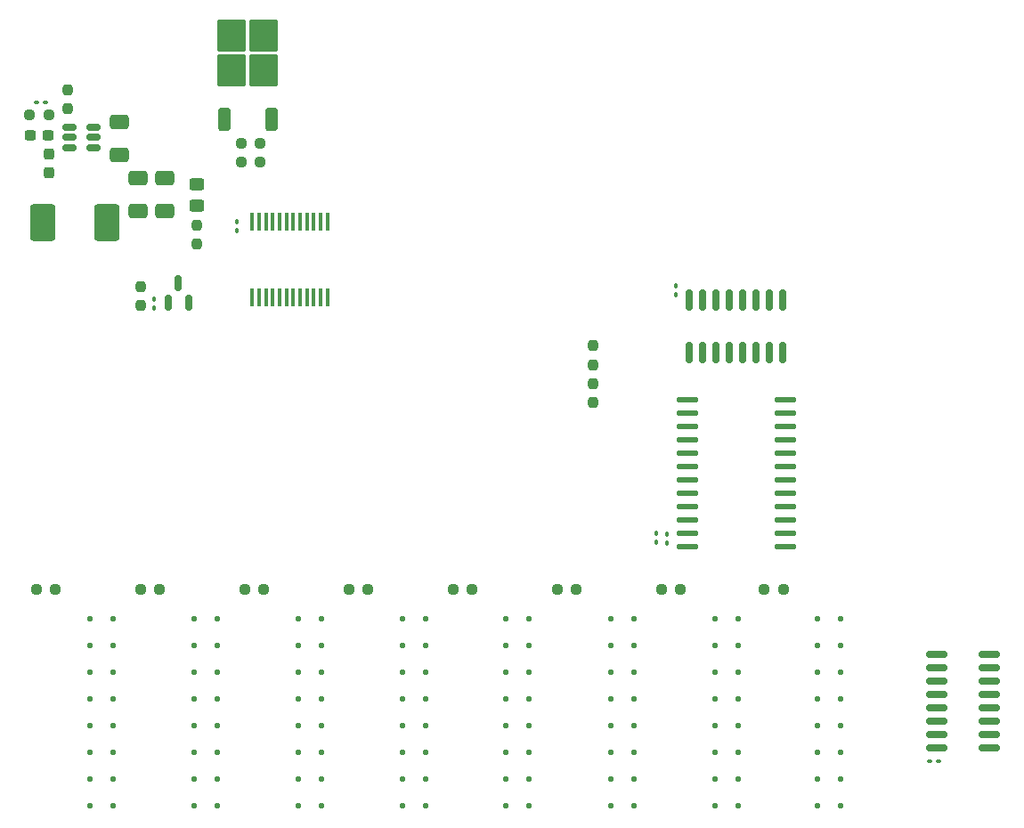
<source format=gbr>
%TF.GenerationSoftware,KiCad,Pcbnew,8.0.8*%
%TF.CreationDate,2025-03-09T11:30:45-03:00*%
%TF.ProjectId,pi_controller,70695f63-6f6e-4747-926f-6c6c65722e6b,1.0*%
%TF.SameCoordinates,Original*%
%TF.FileFunction,Paste,Top*%
%TF.FilePolarity,Positive*%
%FSLAX46Y46*%
G04 Gerber Fmt 4.6, Leading zero omitted, Abs format (unit mm)*
G04 Created by KiCad (PCBNEW 8.0.8) date 2025-03-09 11:30:45*
%MOMM*%
%LPD*%
G01*
G04 APERTURE LIST*
G04 Aperture macros list*
%AMRoundRect*
0 Rectangle with rounded corners*
0 $1 Rounding radius*
0 $2 $3 $4 $5 $6 $7 $8 $9 X,Y pos of 4 corners*
0 Add a 4 corners polygon primitive as box body*
4,1,4,$2,$3,$4,$5,$6,$7,$8,$9,$2,$3,0*
0 Add four circle primitives for the rounded corners*
1,1,$1+$1,$2,$3*
1,1,$1+$1,$4,$5*
1,1,$1+$1,$6,$7*
1,1,$1+$1,$8,$9*
0 Add four rect primitives between the rounded corners*
20,1,$1+$1,$2,$3,$4,$5,0*
20,1,$1+$1,$4,$5,$6,$7,0*
20,1,$1+$1,$6,$7,$8,$9,0*
20,1,$1+$1,$8,$9,$2,$3,0*%
G04 Aperture macros list end*
%ADD10RoundRect,0.250000X-0.925000X-1.500000X0.925000X-1.500000X0.925000X1.500000X-0.925000X1.500000X0*%
%ADD11R,0.450000X1.750000*%
%ADD12RoundRect,0.137500X-0.862500X-0.137500X0.862500X-0.137500X0.862500X0.137500X-0.862500X0.137500X0*%
%ADD13RoundRect,0.150000X0.150000X-0.825000X0.150000X0.825000X-0.150000X0.825000X-0.150000X-0.825000X0*%
%ADD14RoundRect,0.150000X0.825000X0.150000X-0.825000X0.150000X-0.825000X-0.150000X0.825000X-0.150000X0*%
%ADD15RoundRect,0.150000X0.150000X-0.587500X0.150000X0.587500X-0.150000X0.587500X-0.150000X-0.587500X0*%
%ADD16RoundRect,0.150000X0.512500X0.150000X-0.512500X0.150000X-0.512500X-0.150000X0.512500X-0.150000X0*%
%ADD17RoundRect,0.237500X0.250000X0.237500X-0.250000X0.237500X-0.250000X-0.237500X0.250000X-0.237500X0*%
%ADD18RoundRect,0.237500X-0.237500X0.250000X-0.237500X-0.250000X0.237500X-0.250000X0.237500X0.250000X0*%
%ADD19RoundRect,0.237500X-0.250000X-0.237500X0.250000X-0.237500X0.250000X0.237500X-0.250000X0.237500X0*%
%ADD20RoundRect,0.237500X0.237500X-0.250000X0.237500X0.250000X-0.237500X0.250000X-0.237500X-0.250000X0*%
%ADD21RoundRect,0.250000X0.350000X-0.850000X0.350000X0.850000X-0.350000X0.850000X-0.350000X-0.850000X0*%
%ADD22RoundRect,0.250000X1.125000X-1.275000X1.125000X1.275000X-1.125000X1.275000X-1.125000X-1.275000X0*%
%ADD23RoundRect,0.125000X0.125000X0.125000X-0.125000X0.125000X-0.125000X-0.125000X0.125000X-0.125000X0*%
%ADD24RoundRect,0.250000X-0.450000X0.325000X-0.450000X-0.325000X0.450000X-0.325000X0.450000X0.325000X0*%
%ADD25RoundRect,0.090000X-0.090000X0.139000X-0.090000X-0.139000X0.090000X-0.139000X0.090000X0.139000X0*%
%ADD26RoundRect,0.090000X0.090000X-0.139000X0.090000X0.139000X-0.090000X0.139000X-0.090000X-0.139000X0*%
%ADD27RoundRect,0.090000X-0.139000X-0.090000X0.139000X-0.090000X0.139000X0.090000X-0.139000X0.090000X0*%
%ADD28RoundRect,0.250000X-0.650000X0.412500X-0.650000X-0.412500X0.650000X-0.412500X0.650000X0.412500X0*%
%ADD29RoundRect,0.090000X0.139000X0.090000X-0.139000X0.090000X-0.139000X-0.090000X0.139000X-0.090000X0*%
%ADD30RoundRect,0.237500X-0.237500X0.300000X-0.237500X-0.300000X0.237500X-0.300000X0.237500X0.300000X0*%
%ADD31RoundRect,0.237500X-0.300000X-0.237500X0.300000X-0.237500X0.300000X0.237500X-0.300000X0.237500X0*%
%ADD32RoundRect,0.250000X0.650000X-0.412500X0.650000X0.412500X-0.650000X0.412500X-0.650000X-0.412500X0*%
G04 APERTURE END LIST*
D10*
%TO.C,L1*%
X92075000Y-85257011D03*
X98125000Y-85257011D03*
%TD*%
D11*
%TO.C,U2*%
X111995000Y-92373000D03*
X112645000Y-92373000D03*
X113295000Y-92373000D03*
X113945000Y-92373000D03*
X114595000Y-92373000D03*
X115245000Y-92373000D03*
X115895000Y-92373000D03*
X116545000Y-92373000D03*
X117195000Y-92373000D03*
X117845000Y-92373000D03*
X118495000Y-92373000D03*
X119145000Y-92373000D03*
X119145000Y-85173000D03*
X118495000Y-85173000D03*
X117845000Y-85173000D03*
X117195000Y-85173000D03*
X116545000Y-85173000D03*
X115895000Y-85173000D03*
X115245000Y-85173000D03*
X114595000Y-85173000D03*
X113945000Y-85173000D03*
X113295000Y-85173000D03*
X112645000Y-85173000D03*
X111995000Y-85173000D03*
%TD*%
D12*
%TO.C,U6*%
X162638000Y-102108000D03*
X162638000Y-103378000D03*
X162638000Y-104648000D03*
X162638000Y-105918000D03*
X162638000Y-107188000D03*
X162638000Y-108458000D03*
X162638000Y-109728000D03*
X162638000Y-110998000D03*
X162638000Y-112268000D03*
X162638000Y-113538000D03*
X162638000Y-114808000D03*
X162638000Y-116078000D03*
X153338000Y-116078000D03*
X153338000Y-114808000D03*
X153338000Y-113538000D03*
X153338000Y-112268000D03*
X153338000Y-110998000D03*
X153338000Y-109728000D03*
X153338000Y-108458000D03*
X153338000Y-107188000D03*
X153338000Y-105918000D03*
X153338000Y-104648000D03*
X153338000Y-103378000D03*
X153338000Y-102108000D03*
%TD*%
D13*
%TO.C,U5*%
X153543000Y-97598000D03*
X154813000Y-97598000D03*
X156083000Y-97598000D03*
X157353000Y-97598000D03*
X158623000Y-97598000D03*
X159893000Y-97598000D03*
X161163000Y-97598000D03*
X162433000Y-97598000D03*
X162433000Y-92648000D03*
X161163000Y-92648000D03*
X159893000Y-92648000D03*
X158623000Y-92648000D03*
X157353000Y-92648000D03*
X156083000Y-92648000D03*
X154813000Y-92648000D03*
X153543000Y-92648000D03*
%TD*%
D14*
%TO.C,U7*%
X182053000Y-135255000D03*
X182053000Y-133985000D03*
X182053000Y-132715000D03*
X182053000Y-131445000D03*
X182053000Y-130175000D03*
X182053000Y-128905000D03*
X182053000Y-127635000D03*
X182053000Y-126365000D03*
X177103000Y-126365000D03*
X177103000Y-127635000D03*
X177103000Y-128905000D03*
X177103000Y-130175000D03*
X177103000Y-131445000D03*
X177103000Y-132715000D03*
X177103000Y-133985000D03*
X177103000Y-135255000D03*
%TD*%
D15*
%TO.C,U3*%
X104018000Y-92885500D03*
X105918000Y-92885500D03*
X104968000Y-91010500D03*
%TD*%
D16*
%TO.C,U1*%
X96890000Y-78122011D03*
X96890000Y-77172011D03*
X96890000Y-76222011D03*
X94615000Y-76222011D03*
X94615000Y-77172011D03*
X94615000Y-78122011D03*
%TD*%
D17*
%TO.C,R15*%
X160655000Y-120142000D03*
X162480000Y-120142000D03*
%TD*%
%TO.C,R14*%
X152701000Y-120142000D03*
X150876000Y-120142000D03*
%TD*%
%TO.C,R16*%
X142795000Y-120142000D03*
X140970000Y-120142000D03*
%TD*%
%TO.C,R13*%
X132889000Y-120142000D03*
X131064000Y-120142000D03*
%TD*%
%TO.C,R12*%
X122983000Y-120126210D03*
X121158000Y-120126210D03*
%TD*%
%TO.C,R11*%
X103171000Y-120142000D03*
X101346000Y-120142000D03*
%TD*%
%TO.C,R9*%
X93265000Y-120142000D03*
X91440000Y-120142000D03*
%TD*%
D18*
%TO.C,R6*%
X101346000Y-91338000D03*
X101346000Y-93163000D03*
%TD*%
D17*
%TO.C,R5*%
X112767500Y-79537000D03*
X110942500Y-79537000D03*
%TD*%
D18*
%TO.C,R4*%
X106680000Y-85515500D03*
X106680000Y-87340500D03*
%TD*%
D19*
%TO.C,R3*%
X110942500Y-77759000D03*
X112767500Y-77759000D03*
%TD*%
D17*
%TO.C,R2*%
X92633344Y-75063384D03*
X90808344Y-75063384D03*
%TD*%
D18*
%TO.C,R1*%
X94424338Y-74452127D03*
X94424338Y-72627127D03*
%TD*%
D20*
%TO.C,R8*%
X144399000Y-98806000D03*
X144399000Y-96981000D03*
%TD*%
D18*
%TO.C,R7*%
X144399000Y-100560500D03*
X144399000Y-102385500D03*
%TD*%
D21*
%TO.C,Q1*%
X113858500Y-75447000D03*
D22*
X113103500Y-67472000D03*
X110053500Y-67472000D03*
X113103500Y-70822000D03*
X110053500Y-70822000D03*
D21*
X109298500Y-75447000D03*
%TD*%
D23*
%TO.C,D54*%
X165768000Y-122936000D03*
X167968000Y-122936000D03*
%TD*%
%TO.C,D47*%
X158151000Y-122936000D03*
X155951000Y-122936000D03*
%TD*%
%TO.C,D52*%
X165768000Y-125476000D03*
X167968000Y-125476000D03*
%TD*%
%TO.C,D37*%
X158151000Y-125476000D03*
X155951000Y-125476000D03*
%TD*%
%TO.C,D53*%
X165768000Y-128016000D03*
X167968000Y-128016000D03*
%TD*%
%TO.C,D49*%
X158151000Y-128016000D03*
X155951000Y-128016000D03*
%TD*%
%TO.C,D51*%
X165768000Y-130556000D03*
X167968000Y-130556000D03*
%TD*%
%TO.C,D39*%
X158151000Y-130556000D03*
X155951000Y-130556000D03*
%TD*%
%TO.C,D55*%
X165768000Y-133096000D03*
X167968000Y-133096000D03*
%TD*%
%TO.C,D38*%
X158151000Y-133096000D03*
X155951000Y-133096000D03*
%TD*%
%TO.C,D57*%
X165768000Y-135636000D03*
X167968000Y-135636000D03*
%TD*%
%TO.C,D50*%
X158151000Y-135636000D03*
X155951000Y-135636000D03*
%TD*%
%TO.C,D56*%
X165768000Y-138176000D03*
X167968000Y-138176000D03*
%TD*%
%TO.C,D48*%
X158151000Y-138176000D03*
X155951000Y-138176000D03*
%TD*%
%TO.C,D65*%
X165768000Y-140716000D03*
X167968000Y-140716000D03*
%TD*%
%TO.C,D63*%
X158151000Y-140716000D03*
X155951000Y-140716000D03*
%TD*%
%TO.C,D46*%
X148245163Y-122936000D03*
X146045163Y-122936000D03*
%TD*%
%TO.C,D19*%
X138334000Y-122936000D03*
X136134000Y-122936000D03*
%TD*%
%TO.C,D16*%
X126238000Y-122920210D03*
X128438000Y-122920210D03*
%TD*%
%TO.C,D45*%
X148245000Y-125476000D03*
X146045000Y-125476000D03*
%TD*%
%TO.C,D17*%
X138334000Y-125476000D03*
X136134000Y-125476000D03*
%TD*%
%TO.C,D18*%
X126238000Y-125460210D03*
X128438000Y-125460210D03*
%TD*%
%TO.C,D44*%
X148245000Y-128016000D03*
X146045000Y-128016000D03*
%TD*%
%TO.C,D20*%
X138334000Y-128016000D03*
X136134000Y-128016000D03*
%TD*%
%TO.C,D21*%
X126238000Y-128000210D03*
X128438000Y-128000210D03*
%TD*%
%TO.C,D43*%
X148245000Y-130556000D03*
X146045000Y-130556000D03*
%TD*%
%TO.C,D22*%
X138334000Y-130556000D03*
X136134000Y-130556000D03*
%TD*%
%TO.C,D23*%
X126238000Y-130540210D03*
X128438000Y-130540210D03*
%TD*%
%TO.C,D42*%
X148245000Y-133096000D03*
X146045000Y-133096000D03*
%TD*%
%TO.C,D24*%
X138334000Y-133096000D03*
X136134000Y-133096000D03*
%TD*%
%TO.C,D25*%
X126238000Y-133080210D03*
X128438000Y-133080210D03*
%TD*%
%TO.C,D41*%
X148245000Y-135636000D03*
X146045000Y-135636000D03*
%TD*%
%TO.C,D27*%
X138334000Y-135636000D03*
X136134000Y-135636000D03*
%TD*%
%TO.C,D28*%
X126238000Y-135620210D03*
X128438000Y-135620210D03*
%TD*%
%TO.C,D40*%
X148245000Y-138176000D03*
X146045000Y-138176000D03*
%TD*%
%TO.C,D30*%
X138334000Y-138176000D03*
X136134000Y-138176000D03*
%TD*%
%TO.C,D31*%
X126238000Y-138160210D03*
X128438000Y-138160210D03*
%TD*%
%TO.C,D64*%
X148245000Y-140716000D03*
X146045000Y-140716000D03*
%TD*%
%TO.C,D61*%
X138334000Y-140716000D03*
X136134000Y-140716000D03*
%TD*%
%TO.C,D62*%
X128438000Y-140700210D03*
X126238000Y-140700210D03*
%TD*%
%TO.C,D4*%
X106426000Y-122936000D03*
X108626000Y-122936000D03*
%TD*%
%TO.C,D3*%
X98715000Y-122936000D03*
X96515000Y-122936000D03*
%TD*%
%TO.C,D15*%
X106426000Y-125476000D03*
X108626000Y-125476000D03*
%TD*%
%TO.C,D5*%
X98715000Y-125476000D03*
X96515000Y-125476000D03*
%TD*%
%TO.C,D6*%
X108626000Y-128016000D03*
X106426000Y-128016000D03*
%TD*%
%TO.C,D7*%
X98715000Y-128016000D03*
X96515000Y-128016000D03*
%TD*%
%TO.C,D8*%
X106426000Y-130556000D03*
X108626000Y-130556000D03*
%TD*%
%TO.C,D9*%
X98715000Y-130556000D03*
X96515000Y-130556000D03*
%TD*%
%TO.C,D10*%
X106426000Y-133096000D03*
X108626000Y-133096000D03*
%TD*%
%TO.C,D11*%
X98715000Y-133096000D03*
X96515000Y-133096000D03*
%TD*%
%TO.C,D14*%
X106426000Y-135636000D03*
X108626000Y-135636000D03*
%TD*%
%TO.C,D2*%
X98715000Y-135636000D03*
X96515000Y-135636000D03*
%TD*%
%TO.C,D13*%
X106426000Y-138176000D03*
X108626000Y-138176000D03*
%TD*%
%TO.C,D12*%
X98715000Y-138176000D03*
X96515000Y-138176000D03*
%TD*%
%TO.C,D59*%
X106426000Y-140716000D03*
X108626000Y-140716000D03*
%TD*%
%TO.C,D58*%
X96515000Y-140716000D03*
X98715000Y-140716000D03*
%TD*%
D24*
%TO.C,D1*%
X106680000Y-83643000D03*
X106680000Y-81593000D03*
%TD*%
D25*
%TO.C,C1*%
X110490000Y-85158000D03*
X110490000Y-86023000D03*
%TD*%
%TO.C,C10*%
X150368000Y-115697000D03*
X150368000Y-114832000D03*
%TD*%
%TO.C,C11*%
X151384000Y-115748500D03*
X151384000Y-114883500D03*
%TD*%
D26*
%TO.C,C9*%
X152273000Y-91261500D03*
X152273000Y-92126500D03*
%TD*%
D27*
%TO.C,C12*%
X176378000Y-136525000D03*
X177243000Y-136525000D03*
%TD*%
D26*
%TO.C,C8*%
X102616000Y-93393500D03*
X102616000Y-92528500D03*
%TD*%
D28*
%TO.C,C3*%
X101092000Y-81076000D03*
X101092000Y-84201000D03*
%TD*%
%TO.C,C2*%
X103639244Y-81072946D03*
X103639244Y-84197946D03*
%TD*%
D29*
%TO.C,C7*%
X91441000Y-73852011D03*
X92306000Y-73852011D03*
%TD*%
D30*
%TO.C,C6*%
X92638432Y-78782030D03*
X92638432Y-80507030D03*
%TD*%
D31*
%TO.C,C5*%
X90858344Y-76946854D03*
X92583344Y-76946854D03*
%TD*%
D32*
%TO.C,C4*%
X99384096Y-78803123D03*
X99384096Y-75678123D03*
%TD*%
D23*
%TO.C,D26*%
X116332000Y-128016000D03*
X118532000Y-128016000D03*
%TD*%
D17*
%TO.C,R10*%
X111252000Y-120142000D03*
X113077000Y-120142000D03*
%TD*%
D23*
%TO.C,D29*%
X118532000Y-125476000D03*
X116332000Y-125476000D03*
%TD*%
%TO.C,D32*%
X116332000Y-133096000D03*
X118532000Y-133096000D03*
%TD*%
%TO.C,D33*%
X118532000Y-135636000D03*
X116332000Y-135636000D03*
%TD*%
%TO.C,D34*%
X116332000Y-130556000D03*
X118532000Y-130556000D03*
%TD*%
%TO.C,D35*%
X116327000Y-122936000D03*
X118527000Y-122936000D03*
%TD*%
%TO.C,D36*%
X118532000Y-138176000D03*
X116332000Y-138176000D03*
%TD*%
%TO.C,D60*%
X118532000Y-140716000D03*
X116332000Y-140716000D03*
%TD*%
M02*

</source>
